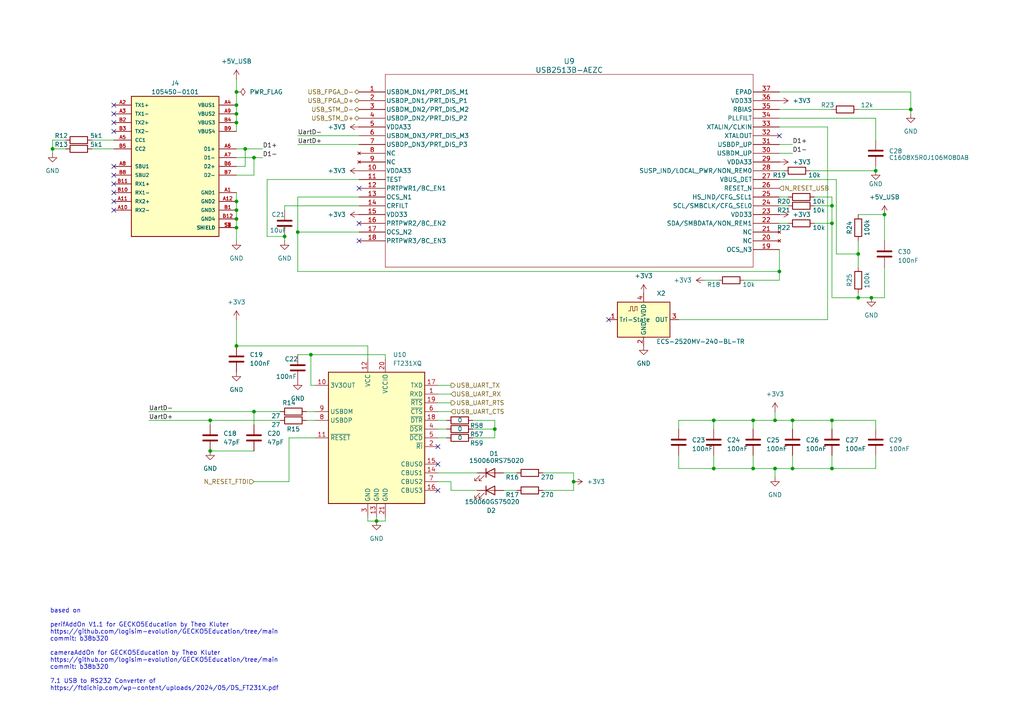
<source format=kicad_sch>
(kicad_sch (version 20231120) (generator "eeschema") (generator_version "8.0")
  (paper "A4")
  (lib_symbols
    (symbol "+5V_1" (power) (pin_numbers hide) (pin_names (offset 0) hide)
      (property "Value" "+5V" (at 0 3.556 0))
      (symbol "+5V_1_0_1"
        (polyline (pts (xy -0.762 1.27) (xy 0 2.54)))
        (polyline (pts (xy 0 0) (xy 0 2.54)))
        (polyline (pts (xy 0 2.54) (xy 0.762 1.27)))
      )
      (symbol "+5V_1_1_1"
        (pin power_in line (at 0 0 90) (length 0) (name "~") (number "1"))
      )
    )
    (symbol "+5V_2" (power) (pin_numbers hide) (pin_names (offset 0) hide)
      (property "Value" "+5V" (at 0 3.556 0))
      (symbol "+5V_2_0_1"
        (polyline (pts (xy -0.762 1.27) (xy 0 2.54)))
        (polyline (pts (xy 0 0) (xy 0 2.54)))
        (polyline (pts (xy 0 2.54) (xy 0.762 1.27)))
      )
      (symbol "+5V_2_1_1"
        (pin power_in line (at 0 0 90) (length 0) (name "~") (number "1"))
      )
    )
    (symbol "Device:C" (pin_numbers hide) (pin_names (offset 0.254))
      (property "Reference" "C" (at 0.635 2.54 0))
      (property "Value" "C" (at 0.635 -2.54 0))
      (symbol "C_0_1"
        (polyline (pts (xy -2.032 -0.762) (xy 2.032 -0.762)) (stroke (width 0.508)))
        (polyline (pts (xy -2.032 0.762) (xy 2.032 0.762)) (stroke (width 0.508)))
      )
      (symbol "C_1_1"
        (pin passive line (at 0 3.81 270) (length 2.794) (name "~") (number "1"))
        (pin passive line (at 0 -3.81 90) (length 2.794) (name "~") (number "2"))
      )
    )
    (symbol "Device:LED" (pin_numbers hide) (pin_names (offset 1.016) hide)
      (property "Reference" "D" (at 0 2.54 0))
      (property "Value" "LED" (at 0 -2.54 0))
      (symbol "LED_0_1"
        (polyline (pts (xy -1.27 -1.27) (xy -1.27 1.27)) (stroke (width 0.254)))
        (polyline (pts (xy -1.27 0) (xy 1.27 0)))
        (polyline (pts (xy 1.27 -1.27) (xy 1.27 1.27) (xy -1.27 0) (xy 1.27 -1.27)) (stroke (width 0.254)))
        (polyline (pts (xy -3.048 -0.762) (xy -4.572 -2.286) (xy -3.81 -2.286) (xy -4.572 -2.286) (xy -4.572 -1.524)))
        (polyline (pts (xy -1.778 -0.762) (xy -3.302 -2.286) (xy -2.54 -2.286) (xy -3.302 -2.286) (xy -3.302 -1.524)))
      )
      (symbol "LED_1_1"
        (pin passive line (at -3.81 0 0) (length 2.54) (name "K") (number "1"))
        (pin passive line (at 3.81 0 180) (length 2.54) (name "A") (number "2"))
      )
    )
    (symbol "Device:R" (pin_numbers hide) (pin_names (offset 0))
      (property "Reference" "R" (at 2.032 0 90))
      (property "Value" "R" (at 0 0 90))
      (symbol "R_0_1"
        (rectangle (start -1.016 -2.54) (end 1.016 2.54) (stroke (width 0.254)))
      )
      (symbol "R_1_1"
        (pin passive line (at 0 3.81 270) (length 1.27) (name "~") (number "1"))
        (pin passive line (at 0 -3.81 90) (length 1.27) (name "~") (number "2"))
      )
    )
    (symbol "GND_1" (power) (pin_numbers hide) (pin_names (offset 0) hide)
      (property "Value" "GND" (at 0 -3.81 0))
      (symbol "GND_1_0_1"
        (polyline (pts (xy 0 0) (xy 0 -1.27) (xy 1.27 -1.27) (xy 0 -2.54) (xy -1.27 -1.27) (xy 0 -1.27)))
      )
      (symbol "GND_1_1_1"
        (pin power_in line (at 0 0 270) (length 0) (name "~") (number "1"))
      )
    )
    (symbol "Interface_USB:FT231XQ"
      (property "Reference" "U" (at -13.97 20.32 0))
      (property "Value" "FT231XQ" (at 6.35 20.32 0))
      (symbol "FT231XQ_0_1"
        (rectangle (start -13.97 19.05) (end 13.97 -19.05) (stroke (width 0.254)) (fill (type background)))
      )
      (symbol "FT231XQ_1_1"
        (pin input line (at 17.78 12.7 180) (length 3.81) (name "RXD") (number "1"))
        (pin power_out line (at -17.78 15.24 0) (length 3.81) (name "3V3OUT") (number "10"))
        (pin input line (at -17.78 0 0) (length 3.81) (name "~{RESET}") (number "11"))
        (pin power_in line (at -2.54 22.86 270) (length 3.81) (name "VCC") (number "12"))
        (pin power_in line (at 0 -22.86 90) (length 3.81) (name "GND") (number "13"))
        (pin bidirectional line (at 17.78 -10.16 180) (length 3.81) (name "CBUS1") (number "14"))
        (pin bidirectional line (at 17.78 -7.62 180) (length 3.81) (name "CBUS0") (number "15"))
        (pin bidirectional line (at 17.78 -15.24 180) (length 3.81) (name "CBUS3") (number "16"))
        (pin output line (at 17.78 15.24 180) (length 3.81) (name "TXD") (number "17"))
        (pin output line (at 17.78 5.08 180) (length 3.81) (name "~{DTR}") (number "18"))
        (pin output line (at 17.78 10.16 180) (length 3.81) (name "~{RTS}") (number "19"))
        (pin input line (at 17.78 -2.54 180) (length 3.81) (name "~{RI}") (number "2"))
        (pin power_in line (at 2.54 22.86 270) (length 3.81) (name "VCCIO") (number "20"))
        (pin power_in line (at 2.54 -22.86 90) (length 3.81) (name "GND") (number "21"))
        (pin power_in line (at -2.54 -22.86 90) (length 3.81) (name "GND") (number "3"))
        (pin input line (at 17.78 2.54 180) (length 3.81) (name "~{DSR}") (number "4"))
        (pin input line (at 17.78 0 180) (length 3.81) (name "~{DCD}") (number "5"))
        (pin input line (at 17.78 7.62 180) (length 3.81) (name "~{CTS}") (number "6"))
        (pin bidirectional line (at 17.78 -12.7 180) (length 3.81) (name "CBUS2") (number "7"))
        (pin bidirectional line (at -17.78 5.08 0) (length 3.81) (name "USBDP") (number "8"))
        (pin bidirectional line (at -17.78 7.62 0) (length 3.81) (name "USBDM") (number "9"))
      )
    )
    (symbol "Oscillator:ECS-2520MV-xxx-xx"
      (property "Reference" "X" (at -5.08 6.35 0))
      (property "Value" "ECS-2520MV-xxx-xx" (at 1.27 -6.35 0))
      (symbol "ECS-2520MV-xxx-xx_0_1"
        (rectangle (start -7.62 5.08) (end 7.62 -5.08) (stroke (width 0.254)) (fill (type background)))
        (polyline (pts (xy -4.445 2.54) (xy -3.81 2.54) (xy -3.81 3.81) (xy -3.175 3.81) (xy -3.175 2.54) (xy -2.54 2.54) (xy -2.54 3.81) (xy -1.905 3.81) (xy -1.905 2.54)))
      )
      (symbol "ECS-2520MV-xxx-xx_1_1"
        (pin input line (at -10.16 0 0) (length 2.54) (name "Tri-State") (number "1"))
        (pin power_in line (at 0 -7.62 90) (length 2.54) (name "GND") (number "2"))
        (pin output line (at 10.16 0 180) (length 2.54) (name "OUT") (number "3"))
        (pin power_in line (at 0 7.62 270) (length 2.54) (name "VDD") (number "4"))
      )
    )
    (symbol "power:+3V3" (power) (pin_numbers hide) (pin_names (offset 0) hide)
      (property "Value" "+3V3" (at 0 3.556 0))
      (symbol "+3V3_0_1"
        (polyline (pts (xy -0.762 1.27) (xy 0 2.54)))
        (polyline (pts (xy 0 0) (xy 0 2.54)))
        (polyline (pts (xy 0 2.54) (xy 0.762 1.27)))
      )
      (symbol "+3V3_1_1"
        (pin power_in line (at 0 0 90) (length 0) (name "~") (number "1"))
      )
    )
    (symbol "power:GND" (power) (pin_names (offset 0))
      (property "Value" "GND" (at 0 -3.81 0))
      (symbol "GND_0_1"
        (polyline (pts (xy 0 0) (xy 0 -1.27) (xy 1.27 -1.27) (xy 0 -2.54) (xy -1.27 -1.27) (xy 0 -1.27)))
      )
      (symbol "GND_1_1"
        (pin power_in line (at 0 0 270) (length 0) hide (name "GND") (number "1"))
      )
    )
    (symbol "power:PWR_FLAG" (power) (pin_numbers hide) (pin_names (offset 0) hide)
      (property "Value" "PWR_FLAG" (at 0 3.81 0))
      (symbol "PWR_FLAG_0_0"
        (pin power_out line (at 0 0 90) (length 0) (name "~") (number "1"))
      )
      (symbol "PWR_FLAG_0_1"
        (polyline (pts (xy 0 0) (xy 0 1.27) (xy -1.016 1.905) (xy 0 2.54) (xy 1.016 1.905) (xy 0 1.27)))
      )
    )
    (symbol "visionAddOn:105450-0101" (pin_names (offset 1.016))
      (property "Reference" "J" (at -12.7209 20.8595 0))
      (property "Value" "105450-0101" (at -12.7263 -22.9074 0))
      (symbol "105450-0101_0_0"
        (rectangle (start -12.7 -20.32) (end 12.7 20.32) (stroke (width 0.254)) (fill (type background)))
        (pin passive line (at 17.78 -7.62 180) (length 5.08) (name "GND1") (number "A1"))
        (pin passive line (at -17.78 -12.7 0) (length 5.08) (name "RX2-") (number "A10"))
        (pin passive line (at -17.78 -10.16 0) (length 5.08) (name "RX2+") (number "A11"))
        (pin passive line (at 17.78 -10.16 180) (length 5.08) (name "GND2") (number "A12"))
        (pin passive line (at -17.78 17.78 0) (length 5.08) (name "TX1+") (number "A2"))
        (pin passive line (at -17.78 15.24 0) (length 5.08) (name "TX1-") (number "A3"))
        (pin passive line (at 17.78 17.78 180) (length 5.08) (name "VBUS1") (number "A4"))
        (pin passive line (at -17.78 7.62 0) (length 5.08) (name "CC1") (number "A5"))
        (pin passive line (at 17.78 5.08 180) (length 5.08) (name "D1+") (number "A6"))
        (pin passive line (at 17.78 2.54 180) (length 5.08) (name "D1-") (number "A7"))
        (pin passive line (at -17.78 0 0) (length 5.08) (name "SBU1") (number "A8"))
        (pin passive line (at 17.78 15.24 180) (length 5.08) (name "VBUS2") (number "A9"))
        (pin passive line (at 17.78 -12.7 180) (length 5.08) (name "GND3") (number "B1"))
        (pin passive line (at -17.78 -7.62 0) (length 5.08) (name "RX1-") (number "B10"))
        (pin passive line (at -17.78 -5.08 0) (length 5.08) (name "RX1+") (number "B11"))
        (pin passive line (at 17.78 -15.24 180) (length 5.08) (name "GND4") (number "B12"))
        (pin passive line (at -17.78 12.7 0) (length 5.08) (name "TX2+") (number "B2"))
        (pin passive line (at -17.78 10.16 0) (length 5.08) (name "TX2-") (number "B3"))
        (pin passive line (at 17.78 12.7 180) (length 5.08) (name "VBUS3") (number "B4"))
        (pin passive line (at -17.78 5.08 0) (length 5.08) (name "CC2") (number "B5"))
        (pin passive line (at 17.78 0 180) (length 5.08) (name "D2+") (number "B6"))
        (pin passive line (at 17.78 -2.54 180) (length 5.08) (name "D2-") (number "B7"))
        (pin passive line (at -17.78 -2.54 0) (length 5.08) (name "SBU2") (number "B8"))
        (pin passive line (at 17.78 10.16 180) (length 5.08) (name "VBUS4") (number "B9"))
        (pin passive line (at 17.78 -17.78 180) (length 5.08) (name "SHIELD") (number "S1"))
        (pin passive line (at 17.78 -17.78 180) (length 5.08) (name "SHIELD") (number "S2"))
        (pin passive line (at 17.78 -17.78 180) (length 5.08) (name "SHIELD") (number "S3"))
        (pin passive line (at 17.78 -17.78 180) (length 5.08) (name "SHIELD") (number "S4"))
      )
    )
    (symbol "visionAddOn:USB2513B-AEZC" (pin_names (offset 0.254))
      (property "Reference" "U" (at 60.96 10.16 0))
      (property "Value" "USB2513B-AEZC" (at 60.96 7.62 0))
      (symbol "USB2513B-AEZC_0_1"
        (polyline (pts (xy 7.62 -50.8) (xy 114.3 -50.8)) (stroke (width 0.127)))
        (polyline (pts (xy 7.62 5.08) (xy 7.62 -50.8)) (stroke (width 0.127)))
        (polyline (pts (xy 114.3 -50.8) (xy 114.3 5.08)) (stroke (width 0.127)))
        (polyline (pts (xy 114.3 5.08) (xy 7.62 5.08)) (stroke (width 0.127)))
        (pin bidirectional line (at 0 0 0) (length 7.62) (name "USBDM_DN1/PRT_DIS_M1") (number "1"))
        (pin power_in line (at 0 -22.86 0) (length 7.62) (name "VDDA33") (number "10"))
        (pin input line (at 0 -25.4 0) (length 7.62) (name "TEST") (number "11"))
        (pin bidirectional line (at 0 -27.94 0) (length 7.62) (name "PRTPWR1/BC_EN1") (number "12"))
        (pin bidirectional line (at 0 -30.48 0) (length 7.62) (name "OCS_N1") (number "13"))
        (pin bidirectional line (at 0 -33.02 0) (length 7.62) (name "CRFILT") (number "14"))
        (pin power_in line (at 0 -35.56 0) (length 7.62) (name "VDD33") (number "15"))
        (pin bidirectional line (at 0 -38.1 0) (length 7.62) (name "PRTPWR2/BC_EN2") (number "16"))
        (pin bidirectional line (at 0 -40.64 0) (length 7.62) (name "OCS_N2") (number "17"))
        (pin bidirectional line (at 0 -43.18 0) (length 7.62) (name "PRTPWR3/BC_EN3") (number "18"))
        (pin bidirectional line (at 121.92 -45.72 180) (length 7.62) (name "OCS_N3") (number "19"))
        (pin bidirectional line (at 0 -2.54 0) (length 7.62) (name "USBDP_DN1/PRT_DIS_P1") (number "2"))
        (pin no_connect line (at 121.92 -43.18 180) (length 7.62) (name "NC") (number "20"))
        (pin no_connect line (at 121.92 -40.64 180) (length 7.62) (name "NC") (number "21"))
        (pin bidirectional line (at 121.92 -38.1 180) (length 7.62) (name "SDA/SMBDATA/NON_REM1") (number "22"))
        (pin power_in line (at 121.92 -35.56 180) (length 7.62) (name "VDD33") (number "23"))
        (pin bidirectional line (at 121.92 -33.02 180) (length 7.62) (name "SCL/SMBCLK/CFG_SEL0") (number "24"))
        (pin bidirectional line (at 121.92 -30.48 180) (length 7.62) (name "HS_IND/CFG_SEL1") (number "25"))
        (pin bidirectional line (at 121.92 -27.94 180) (length 7.62) (name "RESET_N") (number "26"))
        (pin bidirectional line (at 121.92 -25.4 180) (length 7.62) (name "VBUS_DET") (number "27"))
        (pin bidirectional line (at 121.92 -22.86 180) (length 7.62) (name "SUSP_IND/LOCAL_PWR/NON_REM0") (number "28"))
        (pin power_in line (at 121.92 -20.32 180) (length 7.62) (name "VDDA33") (number "29"))
        (pin bidirectional line (at 0 -5.08 0) (length 7.62) (name "USBDM_DN2/PRT_DIS_M2") (number "3"))
        (pin bidirectional line (at 121.92 -17.78 180) (length 7.62) (name "USBDM_UP") (number "30"))
        (pin bidirectional line (at 121.92 -15.24 180) (length 7.62) (name "USBDP_UP") (number "31"))
        (pin output line (at 121.92 -12.7 180) (length 7.62) (name "XTALOUT") (number "32"))
        (pin input line (at 121.92 -10.16 180) (length 7.62) (name "XTALIN/CLKIN") (number "33"))
        (pin bidirectional line (at 121.92 -7.62 180) (length 7.62) (name "PLLFILT") (number "34"))
        (pin bidirectional line (at 121.92 -5.08 180) (length 7.62) (name "RBIAS") (number "35"))
        (pin power_in line (at 121.92 -2.54 180) (length 7.62) (name "VDD33") (number "36"))
        (pin unspecified line (at 121.92 0 180) (length 7.62) (name "EPAD") (number "37"))
        (pin bidirectional line (at 0 -7.62 0) (length 7.62) (name "USBDP_DN2/PRT_DIS_P2") (number "4"))
        (pin power_in line (at 0 -10.16 0) (length 7.62) (name "VDDA33") (number "5"))
        (pin bidirectional line (at 0 -12.7 0) (length 7.62) (name "USBDM_DN3/PRT_DIS_M3") (number "6"))
        (pin bidirectional line (at 0 -15.24 0) (length 7.62) (name "USBDP_DN3/PRT_DIS_P3") (number "7"))
        (pin no_connect line (at 0 -17.78 0) (length 7.62) (name "NC") (number "8"))
        (pin no_connect line (at 0 -20.32 0) (length 7.62) (name "NC") (number "9"))
      )
    )
  )
  (junction (at 229.87 135.89))
  (junction (at 241.3 64.77))
  (junction (at 224.79 121.92))
  (junction (at 256.54 62.23))
  (junction (at 68.58 26.67))
  (junction (at 68.58 63.5))
  (junction (at 90.17 102.87))
  (junction (at 109.22 151.13))
  (junction (at 15.24 43.18))
  (junction (at 248.92 86.36))
  (junction (at 248.92 73.66))
  (junction (at 241.3 59.69))
  (junction (at 82.55 68.58))
  (junction (at 68.58 58.42))
  (junction (at 68.58 33.02))
  (junction (at 86.36 67.31))
  (junction (at 229.87 121.92))
  (junction (at 207.01 121.92))
  (junction (at 254 49.53))
  (junction (at 143.51 124.46))
  (junction (at 226.06 78.74))
  (junction (at 73.66 119.38))
  (junction (at 68.58 35.56))
  (junction (at 68.58 66.04))
  (junction (at 60.96 130.81))
  (junction (at 264.16 31.75))
  (junction (at 73.66 45.72))
  (junction (at 241.3 121.92))
  (junction (at 60.96 121.92))
  (junction (at 218.44 121.92))
  (junction (at 207.01 135.89))
  (junction (at 71.12 43.18))
  (junction (at 166.37 139.7))
  (junction (at 224.79 135.89))
  (junction (at 68.58 100.33))
  (junction (at 218.44 135.89))
  (junction (at 68.58 30.48))
  (junction (at 252.73 86.36))
  (junction (at 241.3 135.89))
  (junction (at 68.58 60.96))
  (no_connect (at 33.02 48.26))
  (no_connect (at 104.14 54.61))
  (no_connect (at 33.02 50.8))
  (no_connect (at 33.02 38.1))
  (no_connect (at 176.53 92.71))
  (no_connect (at 33.02 55.88))
  (no_connect (at 33.02 35.56))
  (no_connect (at 104.14 64.77))
  (no_connect (at 33.02 33.02))
  (no_connect (at 127 142.24))
  (no_connect (at 33.02 30.48))
  (no_connect (at 226.06 39.37))
  (no_connect (at 127 129.54))
  (no_connect (at 33.02 53.34))
  (no_connect (at 33.02 58.42))
  (no_connect (at 33.02 60.96))
  (no_connect (at 104.14 69.85))
  (no_connect (at 127 134.62))
  (wire (pts (xy 60.96 121.92) (xy 60.96 123.19)))
  (wire (pts (xy 143.51 124.46) (xy 143.51 127)))
  (wire (pts (xy 224.79 121.92) (xy 229.87 121.92)))
  (wire (pts (xy 106.68 100.33) (xy 106.68 104.14)))
  (wire (pts (xy 207.01 132.08) (xy 207.01 135.89)))
  (wire (pts (xy 234.95 49.53) (xy 254 49.53)))
  (wire (pts (xy 240.03 36.83) (xy 226.06 36.83)))
  (wire (pts (xy 68.58 60.96) (xy 68.58 63.5)))
  (wire (pts (xy 218.44 132.08) (xy 218.44 135.89)))
  (wire (pts (xy 241.3 57.15) (xy 241.3 59.69)))
  (wire (pts (xy 26.67 43.18) (xy 33.02 43.18)))
  (wire (pts (xy 106.68 151.13) (xy 109.22 151.13)))
  (wire (pts (xy 77.47 52.07) (xy 77.47 68.58)))
  (wire (pts (xy 109.22 151.13) (xy 111.76 151.13)))
  (wire (pts (xy 157.48 137.16) (xy 166.37 137.16)))
  (wire (pts (xy 86.36 67.31) (xy 104.14 67.31)))
  (wire (pts (xy 104.14 52.07) (xy 77.47 52.07)))
  (wire (pts (xy 146.05 142.24) (xy 149.86 142.24)))
  (wire (pts (xy 157.48 142.24) (xy 166.37 142.24)))
  (wire (pts (xy 127 121.92) (xy 129.54 121.92)))
  (wire (pts (xy 226.06 34.29) (xy 254 34.29)))
  (wire (pts (xy 68.58 33.02) (xy 68.58 35.56)))
  (wire (pts (xy 229.87 121.92) (xy 241.3 121.92)))
  (wire (pts (xy 88.9 119.38) (xy 91.44 119.38)))
  (wire (pts (xy 68.58 30.48) (xy 68.58 33.02)))
  (wire (pts (xy 73.66 119.38) (xy 81.28 119.38)))
  (wire (pts (xy 73.66 130.81) (xy 60.96 130.81)))
  (wire (pts (xy 226.06 59.69) (xy 228.6 59.69)))
  (wire (pts (xy 90.17 111.76) (xy 91.44 111.76)))
  (wire (pts (xy 127 127) (xy 129.54 127)))
  (wire (pts (xy 130.81 142.24) (xy 138.43 142.24)))
  (wire (pts (xy 196.85 92.71) (xy 240.03 92.71)))
  (wire (pts (xy 248.92 62.23) (xy 256.54 62.23)))
  (wire (pts (xy 26.67 40.64) (xy 33.02 40.64)))
  (wire (pts (xy 146.05 137.16) (xy 149.86 137.16)))
  (wire (pts (xy 104.14 59.69) (xy 82.55 59.69)))
  (wire (pts (xy 137.16 124.46) (xy 143.51 124.46)))
  (wire (pts (xy 248.92 86.36) (xy 248.92 85.09)))
  (wire (pts (xy 86.36 78.74) (xy 226.06 78.74)))
  (wire (pts (xy 68.58 26.67) (xy 68.58 30.48)))
  (wire (pts (xy 73.66 139.7) (xy 83.82 139.7)))
  (wire (pts (xy 226.06 41.91) (xy 229.87 41.91)))
  (wire (pts (xy 60.96 121.92) (xy 81.28 121.92)))
  (wire (pts (xy 227.33 49.53) (xy 226.06 49.53)))
  (wire (pts (xy 83.82 127) (xy 91.44 127)))
  (wire (pts (xy 71.12 43.18) (xy 76.2 43.18)))
  (wire (pts (xy 226.06 81.28) (xy 226.06 78.74)))
  (wire (pts (xy 236.22 59.69) (xy 241.3 59.69)))
  (wire (pts (xy 241.3 59.69) (xy 241.3 64.77)))
  (wire (pts (xy 127 124.46) (xy 129.54 124.46)))
  (wire (pts (xy 215.9 81.28) (xy 226.06 81.28)))
  (wire (pts (xy 82.55 59.69) (xy 82.55 60.96)))
  (wire (pts (xy 143.51 121.92) (xy 143.51 124.46)))
  (wire (pts (xy 68.58 45.72) (xy 73.66 45.72)))
  (wire (pts (xy 196.85 135.89) (xy 207.01 135.89)))
  (wire (pts (xy 218.44 121.92) (xy 218.44 124.46)))
  (wire (pts (xy 241.3 121.92) (xy 241.3 124.46)))
  (wire (pts (xy 248.92 69.85) (xy 248.92 73.66)))
  (wire (pts (xy 130.81 139.7) (xy 127 139.7)))
  (wire (pts (xy 242.57 73.66) (xy 248.92 73.66)))
  (wire (pts (xy 68.58 58.42) (xy 68.58 60.96)))
  (wire (pts (xy 127 137.16) (xy 138.43 137.16)))
  (wire (pts (xy 236.22 64.77) (xy 241.3 64.77)))
  (wire (pts (xy 224.79 135.89) (xy 224.79 138.43)))
  (wire (pts (xy 19.05 40.64) (xy 15.24 40.64)))
  (wire (pts (xy 15.24 43.18) (xy 15.24 44.45)))
  (wire (pts (xy 241.3 64.77) (xy 241.3 86.36)))
  (wire (pts (xy 226.06 64.77) (xy 228.6 64.77)))
  (wire (pts (xy 104.14 57.15) (xy 86.36 57.15)))
  (wire (pts (xy 226.06 78.74) (xy 226.06 72.39)))
  (wire (pts (xy 242.57 52.07) (xy 242.57 73.66)))
  (wire (pts (xy 127 116.84) (xy 130.81 116.84)))
  (wire (pts (xy 218.44 135.89) (xy 224.79 135.89)))
  (wire (pts (xy 86.36 39.37) (xy 104.14 39.37)))
  (wire (pts (xy 256.54 62.23) (xy 256.54 69.85)))
  (wire (pts (xy 73.66 119.38) (xy 73.66 123.19)))
  (wire (pts (xy 226.06 44.45) (xy 229.87 44.45)))
  (wire (pts (xy 236.22 57.15) (xy 241.3 57.15)))
  (wire (pts (xy 73.66 45.72) (xy 73.66 50.8)))
  (wire (pts (xy 73.66 50.8) (xy 68.58 50.8)))
  (wire (pts (xy 86.36 41.91) (xy 104.14 41.91)))
  (wire (pts (xy 240.03 92.71) (xy 240.03 36.83)))
  (wire (pts (xy 256.54 77.47) (xy 256.54 86.36)))
  (wire (pts (xy 254 135.89) (xy 254 132.08)))
  (wire (pts (xy 218.44 121.92) (xy 224.79 121.92)))
  (wire (pts (xy 111.76 104.14) (xy 111.76 102.87)))
  (wire (pts (xy 226.06 31.75) (xy 241.3 31.75)))
  (wire (pts (xy 264.16 33.02) (xy 264.16 31.75)))
  (wire (pts (xy 111.76 149.86) (xy 111.76 151.13)))
  (wire (pts (xy 229.87 121.92) (xy 229.87 124.46)))
  (wire (pts (xy 86.36 67.31) (xy 86.36 78.74)))
  (wire (pts (xy 68.58 92.71) (xy 68.58 100.33)))
  (wire (pts (xy 241.3 132.08) (xy 241.3 135.89)))
  (wire (pts (xy 43.18 121.92) (xy 60.96 121.92)))
  (wire (pts (xy 68.58 43.18) (xy 71.12 43.18)))
  (wire (pts (xy 207.01 121.92) (xy 218.44 121.92)))
  (wire (pts (xy 68.58 35.56) (xy 68.58 38.1)))
  (wire (pts (xy 71.12 43.18) (xy 71.12 48.26)))
  (wire (pts (xy 196.85 121.92) (xy 207.01 121.92)))
  (wire (pts (xy 71.12 48.26) (xy 68.58 48.26)))
  (wire (pts (xy 241.3 86.36) (xy 248.92 86.36)))
  (wire (pts (xy 224.79 119.38) (xy 224.79 121.92)))
  (wire (pts (xy 252.73 86.36) (xy 248.92 86.36)))
  (wire (pts (xy 224.79 135.89) (xy 229.87 135.89)))
  (wire (pts (xy 106.68 149.86) (xy 106.68 151.13)))
  (wire (pts (xy 229.87 132.08) (xy 229.87 135.89)))
  (wire (pts (xy 241.3 121.92) (xy 254 121.92)))
  (wire (pts (xy 15.24 43.18) (xy 19.05 43.18)))
  (wire (pts (xy 207.01 135.89) (xy 218.44 135.89)))
  (wire (pts (xy 68.58 100.33) (xy 106.68 100.33)))
  (wire (pts (xy 109.22 149.86) (xy 109.22 151.13)))
  (wire (pts (xy 111.76 102.87) (xy 90.17 102.87)))
  (wire (pts (xy 264.16 31.75) (xy 264.16 26.67)))
  (wire (pts (xy 73.66 45.72) (xy 76.2 45.72)))
  (wire (pts (xy 254 49.53) (xy 254 48.26)))
  (wire (pts (xy 68.58 55.88) (xy 68.58 58.42)))
  (wire (pts (xy 196.85 124.46) (xy 196.85 121.92)))
  (wire (pts (xy 86.36 57.15) (xy 86.36 67.31)))
  (wire (pts (xy 127 114.3) (xy 130.81 114.3)))
  (wire (pts (xy 226.06 57.15) (xy 228.6 57.15)))
  (wire (pts (xy 15.24 40.64) (xy 15.24 43.18)))
  (wire (pts (xy 68.58 66.04) (xy 68.58 69.85)))
  (wire (pts (xy 68.58 63.5) (xy 68.58 66.04)))
  (wire (pts (xy 248.92 31.75) (xy 264.16 31.75)))
  (wire (pts (xy 166.37 139.7) (xy 166.37 142.24)))
  (wire (pts (xy 90.17 102.87) (xy 90.17 111.76)))
  (wire (pts (xy 254 34.29) (xy 254 40.64)))
  (wire (pts (xy 254 121.92) (xy 254 124.46)))
  (wire (pts (xy 264.16 26.67) (xy 226.06 26.67)))
  (wire (pts (xy 196.85 132.08) (xy 196.85 135.89)))
  (wire (pts (xy 166.37 137.16) (xy 166.37 139.7)))
  (wire (pts (xy 130.81 142.24) (xy 130.81 139.7)))
  (wire (pts (xy 204.47 81.28) (xy 208.28 81.28)))
  (wire (pts (xy 68.58 22.86) (xy 68.58 26.67)))
  (wire (pts (xy 229.87 135.89) (xy 241.3 135.89)))
  (wire (pts (xy 207.01 121.92) (xy 207.01 124.46)))
  (wire (pts (xy 248.92 73.66) (xy 248.92 77.47)))
  (wire (pts (xy 241.3 135.89) (xy 254 135.89)))
  (wire (pts (xy 82.55 69.85) (xy 82.55 68.58)))
  (wire (pts (xy 226.06 52.07) (xy 242.57 52.07)))
  (wire (pts (xy 83.82 127) (xy 83.82 139.7)))
  (wire (pts (xy 127 111.76) (xy 130.81 111.76)))
  (wire (pts (xy 137.16 121.92) (xy 143.51 121.92)))
  (wire (pts (xy 256.54 86.36) (xy 252.73 86.36)))
  (wire (pts (xy 143.51 127) (xy 137.16 127)))
  (wire (pts (xy 43.18 119.38) (xy 73.66 119.38)))
  (wire (pts (xy 127 119.38) (xy 130.81 119.38)))
  (wire (pts (xy 86.36 102.87) (xy 90.17 102.87)))
  (wire (pts (xy 88.9 121.92) (xy 91.44 121.92)))
  (wire (pts (xy 77.47 68.58) (xy 82.55 68.58)))
  (text "based on\n\nperifAddOn V1.1 for GECKO5Education by Theo Kluter\nhttps://github.com/logisim-evolution/GECKO5Education/tree/main\ncommit: b38b320\n\ncameraAddOn for GECKO5Education by Theo Kluter\nhttps://github.com/logisim-evolution/GECKO5Education/tree/main\ncommit: b38b320\n\n7.1 USB to RS232 Converter of\nhttps://ftdichip.com/wp-content/uploads/2024/05/DS_FT231X.pdf" (at 14.478 188.468 0) (effects (font (size 1.27 1.27)) (justify left)))
  (label "UartD-" (at 86.36 39.37 0))
  (label "D1+" (at 229.87 41.91 0))
  (label "UartD+" (at 43.18 121.92 0))
  (label "UartD-" (at 43.18 119.38 0))
  (label "D1+" (at 76.2 43.18 0))
  (label "UartD+" (at 86.36 41.91 0))
  (label "D1-" (at 229.87 44.45 0))
  (label "D1-" (at 76.2 45.72 0))
  (hierarchical_label "USB_UART_CTS" (shape input) (at 130.81 119.38 0))
  (hierarchical_label "USB_UART_RX" (shape input) (at 130.81 114.3 0))
  (hierarchical_label "USB_FPGA_D-" (shape bidirectional) (at 104.14 26.67 180))
  (hierarchical_label "USB_STM_D-" (shape bidirectional) (at 104.14 31.75 180))
  (hierarchical_label "USB_UART_RTS" (shape output) (at 130.81 116.84 0))
  (hierarchical_label "N_RESET_FTDI" (shape input) (at 73.66 139.7 180))
  (hierarchical_label "USB_UART_TX" (shape output) (at 130.81 111.76 0))
  (hierarchical_label "USB_FPGA_D+" (shape bidirectional) (at 104.14 29.21 180))
  (hierarchical_label "N_RESET_USB" (shape input) (at 226.06 54.61 0))
  (hierarchical_label "USB_STM_D+" (shape bidirectional) (at 104.14 34.29 180))
  (symbol (lib_id "power:+3V3") (at 226.06 29.21 270) (unit 1)
    (property "Reference" "#PWR078" (effects (hide yes)))
    (property "Value" "+3V3" (at 229.87 29.2099 90) (effects (justify left)))
    (property "Description" "Power symbol creates a global label with name \"+3V3\"" (effects (hide yes)))
  )
  (symbol (lib_id "Device:R") (at 248.92 81.28 180) (unit 1)
    (property "Reference" "R25" (at 246.38 81.28 90))
    (property "Value" "100k" (at 251.46 81.28 90))
    (property "Footprint" "Resistor_SMD:R_0402_1005Metric" (effects (hide yes)))
    (property "DigiKey-Partnumber" "311-100KLRTR-ND" (effects (hide yes)))
    (property "CUBUS" "100K RESC1005X35" (effects (hide yes)))
  )
  (symbol (lib_id "Device:R") (at 85.09 119.38 90) (unit 1)
    (property "Reference" "R14" (at 83.82 116.84 90))
    (property "Value" "27" (at 80.01 120.65 90))
    (property "Footprint" "Resistor_SMD:R_0402_1005Metric" (effects (hide yes)))
    (property "DigiKey-Partnumber" "P27.0LTR-ND" (effects (hide yes)))
    (property "CUBUS" "27 RESC1005X35" (effects (hide yes)))
  )
  (symbol (lib_id "Device:C") (at 60.96 127 0) (unit 1)
    (property "Reference" "C18" (at 64.77 125.73 0) (effects (justify left)))
    (property "Value" "47pF" (at 64.77 128.27 0) (effects (justify left)))
    (property "Footprint" "Capacitor_SMD:C_0402_1005Metric" (effects (hide yes)))
    (property "DigiKey-Partnumber" "490-5942-2-ND" (effects (hide yes)))
    (property "CUBUS" "47P CAPC1005X50" (effects (hide yes)))
  )
  (symbol (lib_id "power:+3V3") (at 104.14 36.83 90) (unit 1)
    (property "Reference" "#PWR068" (effects (hide yes)))
    (property "Value" "+3V3" (at 100.33 36.8299 90) (effects (justify left)))
    (property "Description" "Power symbol creates a global label with name \"+3V3\"" (effects (hide yes)))
  )
  (symbol (lib_id "power:+3V3") (at 224.79 119.38 0) (unit 1)
    (property "Reference" "#PWR076" (effects (hide yes)))
    (property "Value" "+3V3" (at 224.79 114.3 0))
    (property "Description" "Power symbol creates a global label with name \"+3V3\"" (effects (hide yes)))
  )
  (symbol (lib_id "power:+3V3") (at 166.37 139.7 270) (unit 1)
    (property "Reference" "#PWR072" (effects (hide yes)))
    (property "Value" "+3V3" (at 170.18 139.6999 90) (effects (justify left)))
    (property "Description" "Power symbol creates a global label with name \"+3V3\"" (effects (hide yes)))
  )
  (symbol (lib_id "power:GND") (at 60.96 130.81 0) (unit 1)
    (property "Reference" "#PWR061" (effects (hide yes)))
    (property "Value" "GND" (at 60.96 135.89 0))
  )
  (symbol (lib_name "GND_1") (lib_id "power:GND") (at 264.16 33.02 0) (unit 1)
    (property "Reference" "#PWR084" (effects (hide yes)))
    (property "Value" "GND" (at 264.16 38.1 0))
    (property "Description" "Power symbol creates a global label with name \"GND\" , ground" (effects (hide yes)))
  )
  (symbol (lib_id "Device:C") (at 254 128.27 0) (unit 1)
    (property "Reference" "C29" (at 257.81 127.635 0) (effects (justify left)))
    (property "Value" "100nF" (at 257.81 130.175 0) (effects (justify left)))
    (property "Footprint" "Capacitor_SMD:C_0402_1005Metric" (effects (hide yes)))
    (property "DigiKey-Partnumber" "490-6328-2-ND" (effects (hide yes)))
    (property "CUBUS" "100N CAPC1005X50" (effects (hide yes)))
  )
  (symbol (lib_id "Device:R") (at 22.86 40.64 90) (unit 1)
    (property "Reference" "R12" (at 17.78 39.37 90))
    (property "Value" "5k1" (at 27.94 39.37 90))
    (property "Footprint" "Resistor_SMD:R_0402_1005Metric" (effects (hide yes)))
    (property "DigiKey-Partnumber" "311-5.10KLRTR-ND" (effects (hide yes)))
  )
  (symbol (lib_id "Device:C") (at 229.87 128.27 0) (unit 1)
    (property "Reference" "C26" (at 233.68 127.635 0) (effects (justify left)))
    (property "Value" "100nF" (at 233.68 130.175 0) (effects (justify left)))
    (property "Footprint" "Capacitor_SMD:C_0402_1005Metric" (effects (hide yes)))
    (property "DigiKey-Partnumber" "490-6328-2-ND" (effects (hide yes)))
    (property "CUBUS" "100N CAPC1005X50" (effects (hide yes)))
  )
  (symbol (lib_id "Device:C") (at 207.01 128.27 0) (unit 1)
    (property "Reference" "C24" (at 210.82 127.635 0) (effects (justify left)))
    (property "Value" "100nF" (at 210.82 130.175 0) (effects (justify left)))
    (property "Footprint" "Capacitor_SMD:C_0402_1005Metric" (effects (hide yes)))
    (property "DigiKey-Partnumber" "490-6328-2-ND" (effects (hide yes)))
    (property "CUBUS" "100N CAPC1005X50" (effects (hide yes)))
  )
  (symbol (lib_id "Device:R") (at 153.67 137.16 270) (unit 1)
    (property "Reference" "R16" (at 148.59 138.43 90))
    (property "Value" "270" (at 158.75 138.43 90))
    (property "Footprint" "Resistor_SMD:R_0402_1005Metric" (effects (hide yes)))
    (property "DigiKey-Partnumber" "541-4842-2-ND" (effects (hide yes)))
    (property "CUBUS" "270 RESC1005X35" (effects (hide yes)))
  )
  (symbol (lib_id "Device:C") (at 254 44.45 0) (unit 1)
    (property "Reference" "C28" (at 257.81 43.815 0) (effects (justify left)))
    (property "Value" "C1608X5R0J106M080AB" (at 257.81 45.72 0) (effects (justify left)))
    (property "Footprint" "Capacitor_SMD:C_0603_1608Metric" (effects (hide yes)))
    (property "DigiKey-Partnumber" "445-4112-2-ND" (effects (hide yes)))
  )
  (symbol (lib_id "Device:R") (at 231.14 49.53 270) (unit 1)
    (property "Reference" "R19" (at 226.06 50.8 90))
    (property "Value" "10k" (at 236.22 50.8 90))
    (property "Footprint" "Resistor_SMD:R_0402_1005Metric" (effects (hide yes)))
    (property "DigiKey-Partnumber" "311-10KJRTR-ND" (effects (hide yes)))
    (property "CUBUS" "10K RESC1005X35" (effects (hide yes)))
  )
  (symbol (lib_id "power:+3V3") (at 104.14 49.53 90) (unit 1)
    (property "Reference" "#PWR069" (effects (hide yes)))
    (property "Value" "+3V3" (at 100.33 49.5299 90) (effects (justify left)))
    (property "Description" "Power symbol creates a global label with name \"+3V3\"" (effects (hide yes)))
  )
  (symbol (lib_id "power:GND") (at 86.36 110.49 0) (unit 1)
    (property "Reference" "#PWR067" (effects (hide yes)))
    (property "Value" "GND" (at 86.36 115.57 0))
  )
  (symbol (lib_id "visionAddOn:USB2513B-AEZC") (at 104.14 26.67 0) (unit 1)
    (property "Reference" "U9" (at 165.1 17.78 0) (effects (font (size 1.524 1.524))))
    (property "Value" "USB2513B-AEZC" (at 165.1 20.32 0) (effects (font (size 1.524 1.524))))
    (property "Footprint" "visionAddOn:QFN36_6X6MC_MCH" (effects (hide yes)))
    (property "Datasheet" "https://ww1.microchip.com/downloads/en/DeviceDoc/00001692C.pdf" (effects (hide yes)))
    (property "DigiKey-Partnumber" "USB2513B-AEZC-ND" (effects (hide yes)))
  )
  (symbol (lib_id "power:+3V3") (at 186.69 85.09 0) (unit 1)
    (property "Reference" "#PWR073" (effects (hide yes)))
    (property "Value" "+3V3" (at 186.69 80.01 0))
    (property "Description" "Power symbol creates a global label with name \"+3V3\"" (effects (hide yes)))
  )
  (symbol (lib_id "Device:C") (at 196.85 128.27 0) (unit 1)
    (property "Reference" "C23" (at 200.66 127.635 0) (effects (justify left)))
    (property "Value" "100nF" (at 200.66 130.175 0) (effects (justify left)))
    (property "Footprint" "Capacitor_SMD:C_0402_1005Metric" (effects (hide yes)))
    (property "DigiKey-Partnumber" "490-6328-2-ND" (effects (hide yes)))
    (property "CUBUS" "100N CAPC1005X50" (effects (hide yes)))
  )
  (symbol (lib_name "+5V_2") (lib_id "power:+5V") (at 256.54 62.23 0) (unit 1)
    (property "Reference" "#PWR083" (effects (hide yes)))
    (property "Value" "+5V_USB" (at 256.54 57.15 0))
    (property "Description" "Power symbol creates a global label with name \"+5V\"" (effects (hide yes)))
  )
  (symbol (lib_id "power:GND") (at 254 49.53 0) (unit 1)
    (property "Reference" "#PWR082" (effects (hide yes)))
    (property "Value" "GND" (at 254 53.34 0))
  )
  (symbol (lib_id "Device:R") (at 212.09 81.28 270) (unit 1)
    (property "Reference" "R18" (at 207.01 82.55 90))
    (property "Value" "10k" (at 217.17 82.55 90))
    (property "Footprint" "Resistor_SMD:R_0402_1005Metric" (effects (hide yes)))
    (property "DigiKey-Partnumber" "311-10KJRTR-ND" (effects (hide yes)))
    (property "CUBUS" "10K RESC1005X35" (effects (hide yes)))
  )
  (symbol (lib_id "Device:C") (at 218.44 128.27 0) (unit 1)
    (property "Reference" "C25" (at 222.25 127.635 0) (effects (justify left)))
    (property "Value" "100nF" (at 222.25 130.175 0) (effects (justify left)))
    (property "Footprint" "Capacitor_SMD:C_0402_1005Metric" (effects (hide yes)))
    (property "DigiKey-Partnumber" "490-6328-2-ND" (effects (hide yes)))
    (property "CUBUS" "100N CAPC1005X50" (effects (hide yes)))
  )
  (symbol (lib_id "Interface_USB:FT231XQ") (at 109.22 127 0) (unit 1)
    (property "Reference" "U10" (at 113.9541 102.87 0) (effects (justify left)))
    (property "Value" "FT231XQ" (at 113.9541 105.41 0) (effects (justify left)))
    (property "Footprint" "Package_DFN_QFN:QFN-20-1EP_4x4mm_P0.5mm_EP2.5x2.5mm" (effects (hide yes)))
    (property "Datasheet" "https://www.ftdichip.com/Support/Documents/DataSheets/ICs/DS_FT231X.pdf" (effects (hide yes)))
    (property "DigiKey-Partnumber" "768-1128-2-ND" (effects (hide yes)))
  )
  (symbol (lib_id "Device:R") (at 22.86 43.18 90) (unit 1)
    (property "Reference" "R13" (at 17.78 41.91 90))
    (property "Value" "5k1" (at 27.94 41.91 90))
    (property "Footprint" "Resistor_SMD:R_0402_1005Metric" (effects (hide yes)))
    (property "DigiKey-Partnumber" "311-5.10KLRTR-ND" (effects (hide yes)))
  )
  (symbol (lib_id "power:GND") (at 252.73 86.36 0) (unit 1)
    (property "Reference" "#PWR081" (effects (hide yes)))
    (property "Value" "GND" (at 252.73 91.44 0))
  )
  (symbol (lib_id "Device:LED") (at 142.24 137.16 0) (unit 1)
    (property "Reference" "D1" (at 143.256 131.572 0))
    (property "Value" "150060RS75020" (at 144.018 133.604 0))
    (property "Footprint" "LED_SMD:LED_0603_1608Metric" (effects (hide yes)))
    (property "Datasheet" "https://www.we-online.com/components/products/datasheet/150060RS75020.pdf" (effects (hide yes)))
    (property "Description" "Light emitting diode" (effects (hide yes)))
    (property "Color" "Red" (effects (hide yes)))
    (property "DigiKey-Partnumber" "732-150060RS75020TR-ND" (effects (hide yes)))
  )
  (symbol (lib_id "Device:R") (at 245.11 31.75 270) (unit 1)
    (property "Reference" "R23" (at 240.03 30.48 90))
    (property "Value" "12k" (at 251.46 30.48 90))
    (property "Footprint" "Resistor_SMD:R_0402_1005Metric" (effects (hide yes)))
    (property "DigiKey-Partnumber" "311-12KJRTR-ND" (effects (hide yes)))
    (property "CUBUS" "12K RESC1005X35" (effects (hide yes)))
  )
  (symbol (lib_id "power:GND") (at 186.69 100.33 0) (unit 1)
    (property "Reference" "#PWR074" (effects (hide yes)))
    (property "Value" "GND" (at 186.69 105.41 0))
  )
  (symbol (lib_id "power:+3V3") (at 226.06 46.99 270) (unit 1)
    (property "Reference" "#PWR079" (effects (hide yes)))
    (property "Value" "+3V3" (at 229.87 46.9899 90) (effects (justify left)))
    (property "Description" "Power symbol creates a global label with name \"+3V3\"" (effects (hide yes)))
  )
  (symbol (lib_id "Device:R") (at 153.67 142.24 270) (unit 1)
    (property "Reference" "R17" (at 148.59 143.51 90))
    (property "Value" "270" (at 158.75 143.51 90))
    (property "Footprint" "Resistor_SMD:R_0402_1005Metric" (effects (hide yes)))
    (property "DigiKey-Partnumber" "541-4842-2-ND" (effects (hide yes)))
    (property "CUBUS" "270 RESC1005X35" (effects (hide yes)))
  )
  (symbol (lib_id "power:+3V3") (at 104.14 62.23 90) (unit 1)
    (property "Reference" "#PWR070" (effects (hide yes)))
    (property "Value" "+3V3" (at 100.33 62.2299 90) (effects (justify left)))
    (property "Description" "Power symbol creates a global label with name \"+3V3\"" (effects (hide yes)))
  )
  (symbol (lib_id "power:+3V3") (at 204.47 81.28 90) (unit 1)
    (property "Reference" "#PWR075" (effects (hide yes)))
    (property "Value" "+3V3" (at 200.66 81.2799 90) (effects (justify left)))
    (property "Description" "Power symbol creates a global label with name \"+3V3\"" (effects (hide yes)))
  )
  (symbol (lib_id "power:GND") (at 224.79 138.43 0) (unit 1)
    (property "Reference" "#PWR077" (effects (hide yes)))
    (property "Value" "GND" (at 224.79 143.51 0))
  )
  (symbol (lib_id "power:GND") (at 109.22 151.13 0) (unit 1)
    (property "Reference" "#PWR071" (effects (hide yes)))
    (property "Value" "GND" (at 109.22 156.21 0))
  )
  (symbol (lib_id "Device:C") (at 68.58 104.14 0) (unit 1)
    (property "Reference" "C19" (at 72.39 102.87 0) (effects (justify left)))
    (property "Value" "100nF" (at 72.39 105.41 0) (effects (justify left)))
    (property "Footprint" "Capacitor_SMD:C_0402_1005Metric" (effects (hide yes)))
    (property "DigiKey-Partnumber" "490-6328-2-ND" (effects (hide yes)))
    (property "CUBUS" "100N CAPC1005X50" (effects (hide yes)))
  )
  (symbol (lib_id "Device:R") (at 133.35 121.92 90) (unit 1)
    (property "Reference" "R58" (at 140.208 123.444 90) (effects (justify left)))
    (property "Value" "0" (at 134.112 121.158 90) (effects (justify left bottom)))
    (property "Footprint" "Resistor_SMD:R_0402_1005Metric" (effects (hide yes)))
    (property "Manufacturer" "Panasonic" (effects (hide yes)))
    (property "DigiKey-Partnumber" "311-0.0JRTR-ND" (effects (hide yes)))
    (property "CUBUS" "0 RESC1005X35" (effects (hide yes)))
  )
  (symbol (lib_id "Device:R") (at 248.92 66.04 180) (unit 1)
    (property "Reference" "R24" (at 246.38 66.04 90))
    (property "Value" "100k" (at 251.46 66.04 90))
    (property "Footprint" "Resistor_SMD:R_0402_1005Metric" (effects (hide yes)))
    (property "DigiKey-Partnumber" "311-100KLRTR-ND" (effects (hide yes)))
    (property "CUBUS" "100K RESC1005X35" (effects (hide yes)))
  )
  (symbol (lib_name "+5V_1") (lib_id "power:+5V") (at 68.58 22.86 0) (unit 1)
    (property "Reference" "#PWR062" (effects (hide yes)))
    (property "Value" "+5V_USB" (at 68.58 17.78 0))
    (property "Description" "Power symbol creates a global label with name \"+5V\"" (effects (hide yes)))
  )
  (symbol (lib_id "Device:R") (at 85.09 121.92 90) (unit 1)
    (property "Reference" "R15" (at 85.09 124.46 90))
    (property "Value" "27" (at 80.01 123.19 90))
    (property "Footprint" "Resistor_SMD:R_0402_1005Metric" (effects (hide yes)))
    (property "DigiKey-Partnumber" "P27.0LTR-ND" (effects (hide yes)))
    (property "CUBUS" "27 RESC1005X35" (effects (hide yes)))
  )
  (symbol (lib_id "Device:R") (at 133.35 127 90) (unit 1)
    (property "Reference" "R59" (at 140.208 128.524 90) (effects (justify left)))
    (property "Value" "0" (at 134.112 126.238 90) (effects (justify left bottom)))
    (property "Footprint" "Resistor_SMD:R_0402_1005Metric" (effects (hide yes)))
    (property "Manufacturer" "Panasonic" (effects (hide yes)))
    (property "DigiKey-Partnumber" "311-0.0JRTR-ND" (effects (hide yes)))
    (property "CUBUS" "0 RESC1005X35" (effects (hide yes)))
  )
  (symbol (lib_id "Device:R") (at 232.41 64.77 270) (unit 1)
    (property "Reference" "R22" (at 227.33 66.04 90))
    (property "Value" "10k" (at 237.49 66.04 90))
    (property "Footprint" "Resistor_SMD:R_0402_1005Metric" (effects (hide yes)))
    (property "DigiKey-Partnumber" "311-10KJRTR-ND" (effects (hide yes)))
    (property "CUBUS" "10K RESC1005X35" (effects (hide yes)))
  )
  (symbol (lib_id "Device:R") (at 232.41 59.69 270) (unit 1)
    (property "Reference" "R21" (at 227.33 60.96 90))
    (property "Value" "10k" (at 237.49 60.96 90))
    (property "Footprint" "Resistor_SMD:R_0402_1005Metric" (effects (hide yes)))
    (property "DigiKey-Partnumber" "311-10KJRTR-ND" (effects (hide yes)))
    (property "CUBUS" "10K RESC1005X35" (effects (hide yes)))
  )
  (symbol (lib_id "Device:C") (at 86.36 106.68 0) (unit 1)
    (property "Reference" "C22" (at 82.55 104.14 0) (effects (justify left)))
    (property "Value" "100nF" (at 80.01 109.22 0) (effects (justify left)))
    (property "Footprint" "Capacitor_SMD:C_0402_1005Metric" (effects (hide yes)))
    (property "DigiKey-Partnumber" "490-6328-2-ND" (effects (hide yes)))
    (property "CUBUS" "100N CAPC1005X50" (effects (hide yes)))
  )
  (symbol (lib_id "Oscillator:ECS-2520MV-xxx-xx") (at 186.69 92.71 0) (unit 1)
    (property "Reference" "X2" (at 191.77 85.09 0))
    (property "Value" "ECS-2520MV-240-BL-TR" (at 203.2 99.06 0))
    (property "Footprint" "Oscillator:Oscillator_SMD_ECS_2520MV-xxx-xx-4Pin_2.5x2.0mm" (effects (hide yes)))
    (property "Datasheet" "https://www.ecsxtal.com/store/pdf/ECS-2520MV.pdf" (effects (hide yes)))
    (property "DigiKey-Partnumber" "50-ECS-2520MV-240-BL-TR-ND" (effects (hide yes)))
  )
  (symbol (lib_id "power:+3V3") (at 226.06 62.23 270) (unit 1)
    (property "Reference" "#PWR080" (effects (hide yes)))
    (property "Value" "+3V3" (at 229.87 62.2299 90) (effects (justify left)))
    (property "Description" "Power symbol creates a global label with name \"+3V3\"" (effects (hide yes)))
  )
  (symbol (lib_id "Device:R") (at 232.41 57.15 270) (unit 1)
    (property "Reference" "R20" (at 227.33 58.42 90))
    (property "Value" "10k" (at 237.49 58.42 90))
    (property "Footprint" "Resistor_SMD:R_0402_1005Metric" (effects (hide yes)))
    (property "DigiKey-Partnumber" "311-10KJRTR-ND" (effects (hide yes)))
    (property "CUBUS" "10K RESC1005X35" (effects (hide yes)))
  )
  (symbol (lib_id "power:GND") (at 68.58 107.95 0) (unit 1)
    (property "Reference" "#PWR065" (effects (hide yes)))
    (property "Value" "GND" (at 68.58 113.03 0))
  )
  (symbol (lib_id "power:GND") (at 68.58 69.85 0) (unit 1)
    (property "Reference" "#PWR063" (effects (hide yes)))
    (property "Value" "GND" (at 68.58 74.93 0))
  )
  (symbol (lib_id "Device:C") (at 241.3 128.27 0) (unit 1)
    (property "Reference" "C27" (at 245.11 127.635 0) (effects (justify left)))
    (property "Value" "100nF" (at 245.11 130.175 0) (effects (justify left)))
    (property "Footprint" "Capacitor_SMD:C_0402_1005Metric" (effects (hide yes)))
    (property "DigiKey-Partnumber" "490-6328-2-ND" (effects (hide yes)))
    (property "CUBUS" "100N CAPC1005X50" (effects (hide yes)))
  )
  (symbol (lib_id "power:PWR_FLAG") (at 68.58 26.67 270) (unit 1)
    (property "Reference" "#FLG03" (effects (hide yes)))
    (property "Value" "PWR_FLAG" (at 72.39 26.6699 90) (effects (justify left)))
    (property "Description" "Special symbol for telling ERC where power comes from" (effects (hide yes)))
  )
  (symbol (lib_id "Device:LED") (at 142.24 142.24 0) (unit 1)
    (property "Reference" "D2" (at 142.494 148.082 0))
    (property "Value" "150060GS75020" (at 142.748 145.542 0))
    (property "Footprint" "LED_SMD:LED_0603_1608Metric" (effects (hide yes)))
    (property "Datasheet" "https://www.we-online.com/components/products/datasheet/150060GS75020.pdf" (effects (hide yes)))
    (property "Description" "Light emitting diode" (effects (hide yes)))
    (property "Color" "Green" (effects (hide yes)))
    (property "DigiKey-Partnumber" "732-150060GS75020TR-ND" (effects (hide yes)))
  )
  (symbol (lib_id "Device:C") (at 73.66 127 0) (unit 1)
    (property "Reference" "C20" (at 77.47 125.73 0) (effects (justify left)))
    (property "Value" "47pF" (at 77.47 128.27 0) (effects (justify left)))
    (property "Footprint" "Capacitor_SMD:C_0402_1005Metric" (effects (hide yes)))
    (property "DigiKey-Partnumber" "490-5942-2-ND" (effects (hide yes)))
    (property "CUBUS" "47P CAPC1005X50" (effects (hide yes)))
  )
  (symbol (lib_id "Device:C") (at 82.55 64.77 0) (unit 1)
    (property "Reference" "C21" (at 78.74 62.23 0) (effects (justify left)))
    (property "Value" "10uF" (at 78.232 66.802 0) (effects (justify left)))
    (property "Footprint" "Capacitor_SMD:C_0603_1608Metric" (effects (hide yes)))
    (property "DigiKey-Partnumber" "445-4112-2-ND" (effects (hide yes)))
  )
  (symbol (lib_id "power:GND") (at 82.55 69.85 0) (unit 1)
    (property "Reference" "#PWR066" (effects (hide yes)))
    (property "Value" "GND" (at 82.55 74.93 0))
  )
  (symbol (lib_id "Device:C") (at 256.54 73.66 0) (unit 1)
    (property "Reference" "C30" (at 260.35 73.025 0) (effects (justify left)))
    (property "Value" "100nF" (at 260.35 75.565 0) (effects (justify left)))
    (property "Footprint" "Capacitor_SMD:C_0402_1005Metric" (effects (hide yes)))
    (property "DigiKey-Partnumber" "490-6328-2-ND" (effects (hide yes)))
    (property "CUBUS" "100N CAPC1005X50" (effects (hide yes)))
  )
  (symbol (lib_id "power:GND") (at 15.24 44.45 0) (unit 1)
    (property "Reference" "#PWR060" (effects (hide yes)))
    (property "Value" "GND" (at 15.24 49.53 0))
  )
  (symbol (lib_id "Device:R") (at 133.35 124.46 90) (unit 1)
    (property "Reference" "R57" (at 140.208 125.984 90) (effects (justify left)))
    (property "Value" "0" (at 134.112 123.698 90) (effects (justify left bottom)))
    (property "Footprint" "Resistor_SMD:R_0402_1005Metric" (effects (hide yes)))
    (property "Manufacturer" "Panasonic" (effects (hide yes)))
    (property "DigiKey-Partnumber" "311-0.0JRTR-ND" (effects (hide yes)))
    (property "CUBUS" "0 RESC1005X35" (effects (hide yes)))
  )
  (symbol (lib_id "power:+3V3") (at 68.58 92.71 0) (unit 1)
    (property "Reference" "#PWR064" (effects (hide yes)))
    (property "Value" "+3V3" (at 68.58 87.63 0))
    (property "Description" "Power symbol creates a global label with name \"+3V3\"" (effects (hide yes)))
  )
  (symbol (lib_id "visionAddOn:105450-0101") (at 50.8 48.26 0) (unit 1)
    (property "Reference" "J4" (at 50.8 24.13 0))
    (property "Value" "105450-0101" (at 50.8 26.67 0))
    (property "Footprint" "visionAddOn:MOLEX_105450-0101" (effects (hide yes)))
    (property "Datasheet" "https://tools.molex.com/pdm_docs/ps/PS-105448-001.pdf" (effects (hide yes)))
    (property "Description" "USB Shielded I/O Receptacle; Type C; Right Angle; Surface Mount; Gold over Nickel" (effects (hide yes)))
    (property "DigiKey-Partnumber" "WM12856TR-ND" (effects (hide yes)))
  )
)
</source>
